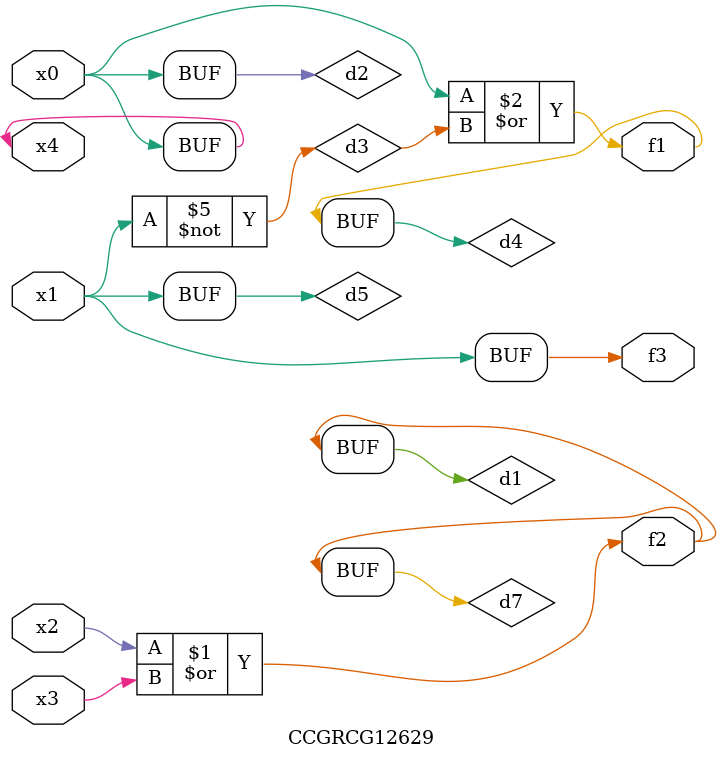
<source format=v>
module CCGRCG12629(
	input x0, x1, x2, x3, x4,
	output f1, f2, f3
);

	wire d1, d2, d3, d4, d5, d6, d7;

	or (d1, x2, x3);
	buf (d2, x0, x4);
	not (d3, x1);
	or (d4, d2, d3);
	not (d5, d3);
	nand (d6, d1, d3);
	or (d7, d1);
	assign f1 = d4;
	assign f2 = d7;
	assign f3 = d5;
endmodule

</source>
